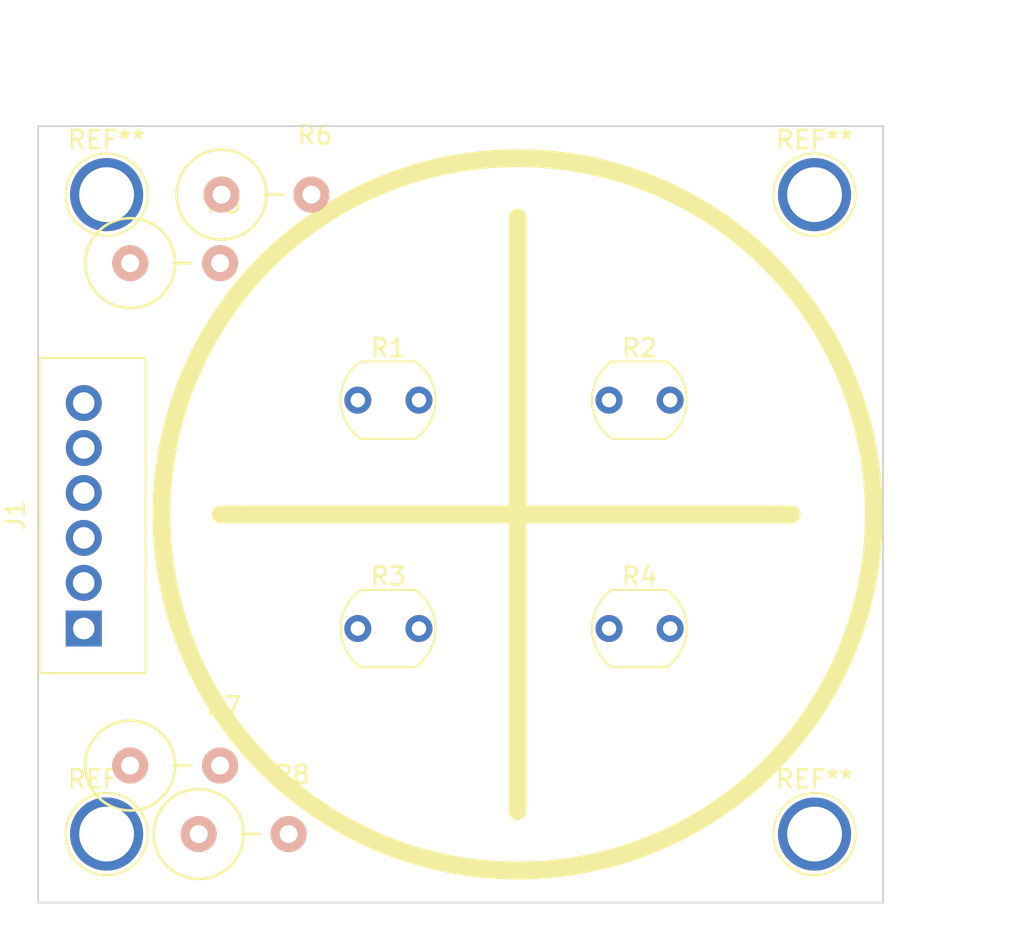
<source format=kicad_pcb>
(kicad_pcb (version 4) (host pcbnew 4.0.7)

  (general
    (links 16)
    (no_connects 16)
    (area 161.585 68.42 222.48 118.60588)
    (thickness 1.6)
    (drawings 12)
    (tracks 0)
    (zones 0)
    (modules 13)
    (nets 7)
  )

  (page A4)
  (layers
    (0 F.Cu signal)
    (31 B.Cu signal)
    (32 B.Adhes user)
    (33 F.Adhes user)
    (34 B.Paste user)
    (35 F.Paste user)
    (36 B.SilkS user)
    (37 F.SilkS user)
    (38 B.Mask user)
    (39 F.Mask user)
    (40 Dwgs.User user)
    (41 Cmts.User user)
    (42 Eco1.User user)
    (43 Eco2.User user)
    (44 Edge.Cuts user)
    (45 Margin user)
    (46 B.CrtYd user)
    (47 F.CrtYd user)
    (48 B.Fab user)
    (49 F.Fab user)
  )

  (setup
    (last_trace_width 0.25)
    (trace_clearance 0.2)
    (zone_clearance 0.508)
    (zone_45_only no)
    (trace_min 0.2)
    (segment_width 1)
    (edge_width 0.1)
    (via_size 0.6)
    (via_drill 0.4)
    (via_min_size 0.4)
    (via_min_drill 0.3)
    (uvia_size 0.3)
    (uvia_drill 0.1)
    (uvias_allowed no)
    (uvia_min_size 0.2)
    (uvia_min_drill 0.1)
    (pcb_text_width 0.3)
    (pcb_text_size 1.5 1.5)
    (mod_edge_width 0.15)
    (mod_text_size 1 1)
    (mod_text_width 0.15)
    (pad_size 1.5 1.5)
    (pad_drill 0.6)
    (pad_to_mask_clearance 0)
    (aux_axis_origin 0 0)
    (visible_elements FFFFFF7F)
    (pcbplotparams
      (layerselection 0x00030_80000001)
      (usegerberextensions false)
      (excludeedgelayer true)
      (linewidth 0.100000)
      (plotframeref false)
      (viasonmask false)
      (mode 1)
      (useauxorigin false)
      (hpglpennumber 1)
      (hpglpenspeed 20)
      (hpglpendiameter 15)
      (hpglpenoverlay 2)
      (psnegative false)
      (psa4output false)
      (plotreference true)
      (plotvalue true)
      (plotinvisibletext false)
      (padsonsilk false)
      (subtractmaskfromsilk false)
      (outputformat 1)
      (mirror false)
      (drillshape 1)
      (scaleselection 1)
      (outputdirectory ""))
  )

  (net 0 "")
  (net 1 "Net-(J1-Pad1)")
  (net 2 "Net-(J1-Pad2)")
  (net 3 "Net-(J1-Pad3)")
  (net 4 "Net-(J1-Pad4)")
  (net 5 "Net-(J1-Pad5)")
  (net 6 "Net-(J1-Pad6)")

  (net_class Default "This is the default net class."
    (clearance 0.2)
    (trace_width 0.25)
    (via_dia 0.6)
    (via_drill 0.4)
    (uvia_dia 0.3)
    (uvia_drill 0.1)
    (add_net "Net-(J1-Pad1)")
    (add_net "Net-(J1-Pad2)")
    (add_net "Net-(J1-Pad3)")
    (add_net "Net-(J1-Pad4)")
    (add_net "Net-(J1-Pad5)")
    (add_net "Net-(J1-Pad6)")
  )

  (module Connect:Wafer_Vertical17.5x5.8x7RM2.5-6 (layer F.Cu) (tedit 556C2AA9) (tstamp 5A7EE0C3)
    (at 166.37 102.87 90)
    (descr "Gold-Tek vertical wafer connector with 2.5mm pitch")
    (tags "wafer connector vertical")
    (path /5A7EAC4C)
    (fp_text reference J1 (at 6.29 -3.81 90) (layer F.SilkS)
      (effects (font (size 1 1) (thickness 0.15)))
    )
    (fp_text value "To motherboard" (at 6.29 5.08 90) (layer F.Fab)
      (effects (font (size 1 1) (thickness 0.15)))
    )
    (fp_line (start -2.75 -2.75) (end 15.2 -2.75) (layer F.CrtYd) (width 0.05))
    (fp_line (start 15.2 -2.75) (end 15.2 3.8) (layer F.CrtYd) (width 0.05))
    (fp_line (start 15.2 3.8) (end -2.75 3.8) (layer F.CrtYd) (width 0.05))
    (fp_line (start -2.75 3.8) (end -2.75 -2.75) (layer F.CrtYd) (width 0.05))
    (fp_line (start 15.05 3.43) (end -2.48 3.43) (layer F.SilkS) (width 0.12))
    (fp_line (start -2.48 -2.41) (end 15.05 -2.41) (layer F.SilkS) (width 0.12))
    (fp_line (start 15.05 -2.41) (end 15.05 3.43) (layer F.SilkS) (width 0.12))
    (fp_line (start -2.48 -2.41) (end -2.48 3.43) (layer F.SilkS) (width 0.12))
    (pad 1 thru_hole rect (at 0 0 90) (size 2 2) (drill 1.2) (layers *.Cu *.Mask)
      (net 1 "Net-(J1-Pad1)"))
    (pad 2 thru_hole circle (at 2.54 0 90) (size 2 2) (drill 1.2) (layers *.Cu *.Mask)
      (net 2 "Net-(J1-Pad2)"))
    (pad 3 thru_hole circle (at 5.04 0 90) (size 2 2) (drill 1.2) (layers *.Cu *.Mask)
      (net 3 "Net-(J1-Pad3)"))
    (pad 4 thru_hole circle (at 7.54 0 90) (size 2 2) (drill 1.2) (layers *.Cu *.Mask)
      (net 4 "Net-(J1-Pad4)"))
    (pad 5 thru_hole circle (at 10.04 0 90) (size 2 2) (drill 1.2) (layers *.Cu *.Mask)
      (net 5 "Net-(J1-Pad5)"))
    (pad 6 thru_hole circle (at 12.54 0 90) (size 2 2) (drill 1.2) (layers *.Cu *.Mask)
      (net 6 "Net-(J1-Pad6)"))
    (model ${KISYS3DMOD}/Connectors.3dshapes/Wafer_Vertical17.5x5.8x7RM2.5-6.wrl
      (at (xyz 0 0 0))
      (scale (xyz 4 4 4))
      (rotate (xyz 0 0 0))
    )
  )

  (module Opto-Devices:Resistor_LDR_5.1x4.3_RM3.4 (layer F.Cu) (tedit 588BCF70) (tstamp 5A7EE0C9)
    (at 181.61 90.17)
    (descr "Resistor, LDR 5.1x3.4mm")
    (tags "Resistor LDR5.1x3.4mm")
    (path /5A76C568)
    (fp_text reference R1 (at 1.7 -2.9) (layer F.SilkS)
      (effects (font (size 1 1) (thickness 0.15)))
    )
    (fp_text value LDR07 (at 1.5 3) (layer F.Fab)
      (effects (font (size 1 1) (thickness 0.15)))
    )
    (fp_line (start 0.15 2.15) (end 3.2 2.15) (layer F.SilkS) (width 0.12))
    (fp_line (start 0.15 -2.15) (end 3.2 -2.15) (layer F.SilkS) (width 0.12))
    (fp_line (start 1 0) (end 2.3 0) (layer F.Fab) (width 0.1))
    (fp_line (start 2.3 0) (end 2.3 -0.6) (layer F.Fab) (width 0.1))
    (fp_line (start 2.3 -0.6) (end 0.8 -0.6) (layer F.Fab) (width 0.1))
    (fp_line (start 2.6 0.6) (end 1 0.6) (layer F.Fab) (width 0.1))
    (fp_line (start 0.8 -1.8) (end 2.6 -1.8) (layer F.Fab) (width 0.1))
    (fp_line (start 2.6 -1.8) (end 2.6 -1.2) (layer F.Fab) (width 0.1))
    (fp_line (start 2.6 -1.2) (end 0.8 -1.2) (layer F.Fab) (width 0.1))
    (fp_line (start 0.8 -1.2) (end 0.8 -0.6) (layer F.Fab) (width 0.1))
    (fp_line (start 1 0) (end 1 0.6) (layer F.Fab) (width 0.1))
    (fp_line (start 2.6 0.6) (end 2.6 1.2) (layer F.Fab) (width 0.1))
    (fp_line (start 2.6 1.2) (end 0.8 1.2) (layer F.Fab) (width 0.1))
    (fp_line (start 0.8 1.2) (end 0.8 1.8) (layer F.Fab) (width 0.1))
    (fp_line (start 0.8 1.8) (end 2.6 1.8) (layer F.Fab) (width 0.1))
    (fp_line (start 3.2 2.1) (end 0.2 2.1) (layer F.Fab) (width 0.1))
    (fp_line (start 0.2 -2.1) (end 3.2 -2.1) (layer F.Fab) (width 0.1))
    (fp_line (start -1.13 -2.35) (end 4.53 -2.35) (layer F.CrtYd) (width 0.05))
    (fp_line (start -1.13 -2.35) (end -1.13 2.35) (layer F.CrtYd) (width 0.05))
    (fp_line (start 4.53 2.35) (end 4.53 -2.35) (layer F.CrtYd) (width 0.05))
    (fp_line (start 4.53 2.35) (end -1.13 2.35) (layer F.CrtYd) (width 0.05))
    (fp_arc (start 1.7 0) (end 0.15 2.15) (angle 109) (layer F.SilkS) (width 0.12))
    (fp_arc (start 1.7 0) (end 3.2 -2.15) (angle 109) (layer F.SilkS) (width 0.12))
    (fp_arc (start 1.7 0) (end 3.2 -2.1) (angle 109) (layer F.Fab) (width 0.1))
    (fp_arc (start 1.7 0) (end 0.2 2.1) (angle 109) (layer F.Fab) (width 0.1))
    (pad 1 thru_hole circle (at 0 0) (size 1.5 1.5) (drill 0.8) (layers *.Cu *.Mask)
      (net 1 "Net-(J1-Pad1)"))
    (pad 2 thru_hole circle (at 3.4 0) (size 1.5 1.5) (drill 0.8) (layers *.Cu *.Mask)
      (net 6 "Net-(J1-Pad6)"))
  )

  (module Opto-Devices:Resistor_LDR_5.1x4.3_RM3.4 (layer F.Cu) (tedit 588BCF70) (tstamp 5A7EE0CF)
    (at 195.58 90.17)
    (descr "Resistor, LDR 5.1x3.4mm")
    (tags "Resistor LDR5.1x3.4mm")
    (path /5A76C5E9)
    (fp_text reference R2 (at 1.7 -2.9) (layer F.SilkS)
      (effects (font (size 1 1) (thickness 0.15)))
    )
    (fp_text value LDR07 (at 1.5 3) (layer F.Fab)
      (effects (font (size 1 1) (thickness 0.15)))
    )
    (fp_line (start 0.15 2.15) (end 3.2 2.15) (layer F.SilkS) (width 0.12))
    (fp_line (start 0.15 -2.15) (end 3.2 -2.15) (layer F.SilkS) (width 0.12))
    (fp_line (start 1 0) (end 2.3 0) (layer F.Fab) (width 0.1))
    (fp_line (start 2.3 0) (end 2.3 -0.6) (layer F.Fab) (width 0.1))
    (fp_line (start 2.3 -0.6) (end 0.8 -0.6) (layer F.Fab) (width 0.1))
    (fp_line (start 2.6 0.6) (end 1 0.6) (layer F.Fab) (width 0.1))
    (fp_line (start 0.8 -1.8) (end 2.6 -1.8) (layer F.Fab) (width 0.1))
    (fp_line (start 2.6 -1.8) (end 2.6 -1.2) (layer F.Fab) (width 0.1))
    (fp_line (start 2.6 -1.2) (end 0.8 -1.2) (layer F.Fab) (width 0.1))
    (fp_line (start 0.8 -1.2) (end 0.8 -0.6) (layer F.Fab) (width 0.1))
    (fp_line (start 1 0) (end 1 0.6) (layer F.Fab) (width 0.1))
    (fp_line (start 2.6 0.6) (end 2.6 1.2) (layer F.Fab) (width 0.1))
    (fp_line (start 2.6 1.2) (end 0.8 1.2) (layer F.Fab) (width 0.1))
    (fp_line (start 0.8 1.2) (end 0.8 1.8) (layer F.Fab) (width 0.1))
    (fp_line (start 0.8 1.8) (end 2.6 1.8) (layer F.Fab) (width 0.1))
    (fp_line (start 3.2 2.1) (end 0.2 2.1) (layer F.Fab) (width 0.1))
    (fp_line (start 0.2 -2.1) (end 3.2 -2.1) (layer F.Fab) (width 0.1))
    (fp_line (start -1.13 -2.35) (end 4.53 -2.35) (layer F.CrtYd) (width 0.05))
    (fp_line (start -1.13 -2.35) (end -1.13 2.35) (layer F.CrtYd) (width 0.05))
    (fp_line (start 4.53 2.35) (end 4.53 -2.35) (layer F.CrtYd) (width 0.05))
    (fp_line (start 4.53 2.35) (end -1.13 2.35) (layer F.CrtYd) (width 0.05))
    (fp_arc (start 1.7 0) (end 0.15 2.15) (angle 109) (layer F.SilkS) (width 0.12))
    (fp_arc (start 1.7 0) (end 3.2 -2.15) (angle 109) (layer F.SilkS) (width 0.12))
    (fp_arc (start 1.7 0) (end 3.2 -2.1) (angle 109) (layer F.Fab) (width 0.1))
    (fp_arc (start 1.7 0) (end 0.2 2.1) (angle 109) (layer F.Fab) (width 0.1))
    (pad 1 thru_hole circle (at 0 0) (size 1.5 1.5) (drill 0.8) (layers *.Cu *.Mask)
      (net 1 "Net-(J1-Pad1)"))
    (pad 2 thru_hole circle (at 3.4 0) (size 1.5 1.5) (drill 0.8) (layers *.Cu *.Mask)
      (net 5 "Net-(J1-Pad5)"))
  )

  (module Opto-Devices:Resistor_LDR_5.1x4.3_RM3.4 (layer F.Cu) (tedit 588BCF70) (tstamp 5A7EE0D5)
    (at 181.61 102.87)
    (descr "Resistor, LDR 5.1x3.4mm")
    (tags "Resistor LDR5.1x3.4mm")
    (path /5A76C60C)
    (fp_text reference R3 (at 1.7 -2.9) (layer F.SilkS)
      (effects (font (size 1 1) (thickness 0.15)))
    )
    (fp_text value LDR07 (at 1.5 3) (layer F.Fab)
      (effects (font (size 1 1) (thickness 0.15)))
    )
    (fp_line (start 0.15 2.15) (end 3.2 2.15) (layer F.SilkS) (width 0.12))
    (fp_line (start 0.15 -2.15) (end 3.2 -2.15) (layer F.SilkS) (width 0.12))
    (fp_line (start 1 0) (end 2.3 0) (layer F.Fab) (width 0.1))
    (fp_line (start 2.3 0) (end 2.3 -0.6) (layer F.Fab) (width 0.1))
    (fp_line (start 2.3 -0.6) (end 0.8 -0.6) (layer F.Fab) (width 0.1))
    (fp_line (start 2.6 0.6) (end 1 0.6) (layer F.Fab) (width 0.1))
    (fp_line (start 0.8 -1.8) (end 2.6 -1.8) (layer F.Fab) (width 0.1))
    (fp_line (start 2.6 -1.8) (end 2.6 -1.2) (layer F.Fab) (width 0.1))
    (fp_line (start 2.6 -1.2) (end 0.8 -1.2) (layer F.Fab) (width 0.1))
    (fp_line (start 0.8 -1.2) (end 0.8 -0.6) (layer F.Fab) (width 0.1))
    (fp_line (start 1 0) (end 1 0.6) (layer F.Fab) (width 0.1))
    (fp_line (start 2.6 0.6) (end 2.6 1.2) (layer F.Fab) (width 0.1))
    (fp_line (start 2.6 1.2) (end 0.8 1.2) (layer F.Fab) (width 0.1))
    (fp_line (start 0.8 1.2) (end 0.8 1.8) (layer F.Fab) (width 0.1))
    (fp_line (start 0.8 1.8) (end 2.6 1.8) (layer F.Fab) (width 0.1))
    (fp_line (start 3.2 2.1) (end 0.2 2.1) (layer F.Fab) (width 0.1))
    (fp_line (start 0.2 -2.1) (end 3.2 -2.1) (layer F.Fab) (width 0.1))
    (fp_line (start -1.13 -2.35) (end 4.53 -2.35) (layer F.CrtYd) (width 0.05))
    (fp_line (start -1.13 -2.35) (end -1.13 2.35) (layer F.CrtYd) (width 0.05))
    (fp_line (start 4.53 2.35) (end 4.53 -2.35) (layer F.CrtYd) (width 0.05))
    (fp_line (start 4.53 2.35) (end -1.13 2.35) (layer F.CrtYd) (width 0.05))
    (fp_arc (start 1.7 0) (end 0.15 2.15) (angle 109) (layer F.SilkS) (width 0.12))
    (fp_arc (start 1.7 0) (end 3.2 -2.15) (angle 109) (layer F.SilkS) (width 0.12))
    (fp_arc (start 1.7 0) (end 3.2 -2.1) (angle 109) (layer F.Fab) (width 0.1))
    (fp_arc (start 1.7 0) (end 0.2 2.1) (angle 109) (layer F.Fab) (width 0.1))
    (pad 1 thru_hole circle (at 0 0) (size 1.5 1.5) (drill 0.8) (layers *.Cu *.Mask)
      (net 1 "Net-(J1-Pad1)"))
    (pad 2 thru_hole circle (at 3.4 0) (size 1.5 1.5) (drill 0.8) (layers *.Cu *.Mask)
      (net 4 "Net-(J1-Pad4)"))
  )

  (module Opto-Devices:Resistor_LDR_5.1x4.3_RM3.4 (layer F.Cu) (tedit 588BCF70) (tstamp 5A7EE0DB)
    (at 195.58 102.87)
    (descr "Resistor, LDR 5.1x3.4mm")
    (tags "Resistor LDR5.1x3.4mm")
    (path /5A76C632)
    (fp_text reference R4 (at 1.7 -2.9) (layer F.SilkS)
      (effects (font (size 1 1) (thickness 0.15)))
    )
    (fp_text value LDR07 (at 1.5 3) (layer F.Fab)
      (effects (font (size 1 1) (thickness 0.15)))
    )
    (fp_line (start 0.15 2.15) (end 3.2 2.15) (layer F.SilkS) (width 0.12))
    (fp_line (start 0.15 -2.15) (end 3.2 -2.15) (layer F.SilkS) (width 0.12))
    (fp_line (start 1 0) (end 2.3 0) (layer F.Fab) (width 0.1))
    (fp_line (start 2.3 0) (end 2.3 -0.6) (layer F.Fab) (width 0.1))
    (fp_line (start 2.3 -0.6) (end 0.8 -0.6) (layer F.Fab) (width 0.1))
    (fp_line (start 2.6 0.6) (end 1 0.6) (layer F.Fab) (width 0.1))
    (fp_line (start 0.8 -1.8) (end 2.6 -1.8) (layer F.Fab) (width 0.1))
    (fp_line (start 2.6 -1.8) (end 2.6 -1.2) (layer F.Fab) (width 0.1))
    (fp_line (start 2.6 -1.2) (end 0.8 -1.2) (layer F.Fab) (width 0.1))
    (fp_line (start 0.8 -1.2) (end 0.8 -0.6) (layer F.Fab) (width 0.1))
    (fp_line (start 1 0) (end 1 0.6) (layer F.Fab) (width 0.1))
    (fp_line (start 2.6 0.6) (end 2.6 1.2) (layer F.Fab) (width 0.1))
    (fp_line (start 2.6 1.2) (end 0.8 1.2) (layer F.Fab) (width 0.1))
    (fp_line (start 0.8 1.2) (end 0.8 1.8) (layer F.Fab) (width 0.1))
    (fp_line (start 0.8 1.8) (end 2.6 1.8) (layer F.Fab) (width 0.1))
    (fp_line (start 3.2 2.1) (end 0.2 2.1) (layer F.Fab) (width 0.1))
    (fp_line (start 0.2 -2.1) (end 3.2 -2.1) (layer F.Fab) (width 0.1))
    (fp_line (start -1.13 -2.35) (end 4.53 -2.35) (layer F.CrtYd) (width 0.05))
    (fp_line (start -1.13 -2.35) (end -1.13 2.35) (layer F.CrtYd) (width 0.05))
    (fp_line (start 4.53 2.35) (end 4.53 -2.35) (layer F.CrtYd) (width 0.05))
    (fp_line (start 4.53 2.35) (end -1.13 2.35) (layer F.CrtYd) (width 0.05))
    (fp_arc (start 1.7 0) (end 0.15 2.15) (angle 109) (layer F.SilkS) (width 0.12))
    (fp_arc (start 1.7 0) (end 3.2 -2.15) (angle 109) (layer F.SilkS) (width 0.12))
    (fp_arc (start 1.7 0) (end 3.2 -2.1) (angle 109) (layer F.Fab) (width 0.1))
    (fp_arc (start 1.7 0) (end 0.2 2.1) (angle 109) (layer F.Fab) (width 0.1))
    (pad 1 thru_hole circle (at 0 0) (size 1.5 1.5) (drill 0.8) (layers *.Cu *.Mask)
      (net 1 "Net-(J1-Pad1)"))
    (pad 2 thru_hole circle (at 3.4 0) (size 1.5 1.5) (drill 0.8) (layers *.Cu *.Mask)
      (net 3 "Net-(J1-Pad3)"))
  )

  (module Resistors_General:Resistor_Vertical_RM5mm (layer F.Cu) (tedit 0) (tstamp 5A7EE0E1)
    (at 171.45 82.55)
    (descr "Resistor, Vertical, RM 5mm, 1/3W,")
    (tags "Resistor, Vertical, RM 5mm, 1/3W,")
    (path /5A7EAB06)
    (fp_text reference R5 (at 2.70002 -3.29946) (layer F.SilkS)
      (effects (font (size 1 1) (thickness 0.15)))
    )
    (fp_text value 10K (at 0 4.50088) (layer F.Fab)
      (effects (font (size 1 1) (thickness 0.15)))
    )
    (fp_line (start -0.09906 0) (end 0.9017 0) (layer F.SilkS) (width 0.15))
    (fp_circle (center -2.49936 0) (end 0 0) (layer F.SilkS) (width 0.15))
    (pad 1 thru_hole circle (at -2.49936 0) (size 1.99898 1.99898) (drill 1.00076) (layers *.Cu *.SilkS *.Mask)
      (net 2 "Net-(J1-Pad2)"))
    (pad 2 thru_hole circle (at 2.5019 0) (size 1.99898 1.99898) (drill 1.00076) (layers *.Cu *.SilkS *.Mask)
      (net 6 "Net-(J1-Pad6)"))
  )

  (module Resistors_General:Resistor_Vertical_RM5mm (layer F.Cu) (tedit 0) (tstamp 5A7EE0E7)
    (at 176.53 78.74)
    (descr "Resistor, Vertical, RM 5mm, 1/3W,")
    (tags "Resistor, Vertical, RM 5mm, 1/3W,")
    (path /5A7EAB2B)
    (fp_text reference R6 (at 2.70002 -3.29946) (layer F.SilkS)
      (effects (font (size 1 1) (thickness 0.15)))
    )
    (fp_text value 10K (at 0 4.50088) (layer F.Fab)
      (effects (font (size 1 1) (thickness 0.15)))
    )
    (fp_line (start -0.09906 0) (end 0.9017 0) (layer F.SilkS) (width 0.15))
    (fp_circle (center -2.49936 0) (end 0 0) (layer F.SilkS) (width 0.15))
    (pad 1 thru_hole circle (at -2.49936 0) (size 1.99898 1.99898) (drill 1.00076) (layers *.Cu *.SilkS *.Mask)
      (net 2 "Net-(J1-Pad2)"))
    (pad 2 thru_hole circle (at 2.5019 0) (size 1.99898 1.99898) (drill 1.00076) (layers *.Cu *.SilkS *.Mask)
      (net 5 "Net-(J1-Pad5)"))
  )

  (module Resistors_General:Resistor_Vertical_RM5mm (layer F.Cu) (tedit 0) (tstamp 5A7EE0ED)
    (at 171.45 110.49)
    (descr "Resistor, Vertical, RM 5mm, 1/3W,")
    (tags "Resistor, Vertical, RM 5mm, 1/3W,")
    (path /5A7EAB52)
    (fp_text reference R7 (at 2.70002 -3.29946) (layer F.SilkS)
      (effects (font (size 1 1) (thickness 0.15)))
    )
    (fp_text value 10K (at 0 4.50088) (layer F.Fab)
      (effects (font (size 1 1) (thickness 0.15)))
    )
    (fp_line (start -0.09906 0) (end 0.9017 0) (layer F.SilkS) (width 0.15))
    (fp_circle (center -2.49936 0) (end 0 0) (layer F.SilkS) (width 0.15))
    (pad 1 thru_hole circle (at -2.49936 0) (size 1.99898 1.99898) (drill 1.00076) (layers *.Cu *.SilkS *.Mask)
      (net 2 "Net-(J1-Pad2)"))
    (pad 2 thru_hole circle (at 2.5019 0) (size 1.99898 1.99898) (drill 1.00076) (layers *.Cu *.SilkS *.Mask)
      (net 4 "Net-(J1-Pad4)"))
  )

  (module Resistors_General:Resistor_Vertical_RM5mm (layer F.Cu) (tedit 0) (tstamp 5A7EE0F3)
    (at 175.26 114.3)
    (descr "Resistor, Vertical, RM 5mm, 1/3W,")
    (tags "Resistor, Vertical, RM 5mm, 1/3W,")
    (path /5A7EAB7B)
    (fp_text reference R8 (at 2.70002 -3.29946) (layer F.SilkS)
      (effects (font (size 1 1) (thickness 0.15)))
    )
    (fp_text value 10K (at 0 4.50088) (layer F.Fab)
      (effects (font (size 1 1) (thickness 0.15)))
    )
    (fp_line (start -0.09906 0) (end 0.9017 0) (layer F.SilkS) (width 0.15))
    (fp_circle (center -2.49936 0) (end 0 0) (layer F.SilkS) (width 0.15))
    (pad 1 thru_hole circle (at -2.49936 0) (size 1.99898 1.99898) (drill 1.00076) (layers *.Cu *.SilkS *.Mask)
      (net 2 "Net-(J1-Pad2)"))
    (pad 2 thru_hole circle (at 2.5019 0) (size 1.99898 1.99898) (drill 1.00076) (layers *.Cu *.SilkS *.Mask)
      (net 3 "Net-(J1-Pad3)"))
  )

  (module Connect:1pin (layer F.Cu) (tedit 5861332C) (tstamp 5A7EE5DE)
    (at 207.01 78.74)
    (descr "module 1 pin (ou trou mecanique de percage)")
    (tags DEV)
    (fp_text reference REF** (at 0 -3.048) (layer F.SilkS)
      (effects (font (size 1 1) (thickness 0.15)))
    )
    (fp_text value 1pin (at 0 3) (layer F.Fab)
      (effects (font (size 1 1) (thickness 0.15)))
    )
    (fp_circle (center 0 0) (end 2 0.8) (layer F.Fab) (width 0.1))
    (fp_circle (center 0 0) (end 2.6 0) (layer F.CrtYd) (width 0.05))
    (fp_circle (center 0 0) (end 0 -2.286) (layer F.SilkS) (width 0.12))
    (pad 1 thru_hole circle (at 0 0) (size 4.064 4.064) (drill 3.048) (layers *.Cu *.Mask))
  )

  (module Connect:1pin (layer F.Cu) (tedit 5861332C) (tstamp 5A7EE5F0)
    (at 207.01 114.3)
    (descr "module 1 pin (ou trou mecanique de percage)")
    (tags DEV)
    (fp_text reference REF** (at 0 -3.048) (layer F.SilkS)
      (effects (font (size 1 1) (thickness 0.15)))
    )
    (fp_text value 1pin (at 0 3) (layer F.Fab)
      (effects (font (size 1 1) (thickness 0.15)))
    )
    (fp_circle (center 0 0) (end 2 0.8) (layer F.Fab) (width 0.1))
    (fp_circle (center 0 0) (end 2.6 0) (layer F.CrtYd) (width 0.05))
    (fp_circle (center 0 0) (end 0 -2.286) (layer F.SilkS) (width 0.12))
    (pad 1 thru_hole circle (at 0 0) (size 4.064 4.064) (drill 3.048) (layers *.Cu *.Mask))
  )

  (module Connect:1pin (layer F.Cu) (tedit 5861332C) (tstamp 5A7EE62E)
    (at 167.64 114.3)
    (descr "module 1 pin (ou trou mecanique de percage)")
    (tags DEV)
    (fp_text reference REF** (at 0 -3.048) (layer F.SilkS)
      (effects (font (size 1 1) (thickness 0.15)))
    )
    (fp_text value 1pin (at 0 3) (layer F.Fab)
      (effects (font (size 1 1) (thickness 0.15)))
    )
    (fp_circle (center 0 0) (end 2 0.8) (layer F.Fab) (width 0.1))
    (fp_circle (center 0 0) (end 2.6 0) (layer F.CrtYd) (width 0.05))
    (fp_circle (center 0 0) (end 0 -2.286) (layer F.SilkS) (width 0.12))
    (pad 1 thru_hole circle (at 0 0) (size 4.064 4.064) (drill 3.048) (layers *.Cu *.Mask))
  )

  (module Connect:1pin (layer F.Cu) (tedit 5861332C) (tstamp 5A7EE63B)
    (at 167.64 78.74)
    (descr "module 1 pin (ou trou mecanique de percage)")
    (tags DEV)
    (fp_text reference REF** (at 0 -3.048) (layer F.SilkS)
      (effects (font (size 1 1) (thickness 0.15)))
    )
    (fp_text value 1pin (at 0 3) (layer F.Fab)
      (effects (font (size 1 1) (thickness 0.15)))
    )
    (fp_circle (center 0 0) (end 2 0.8) (layer F.Fab) (width 0.1))
    (fp_circle (center 0 0) (end 2.6 0) (layer F.CrtYd) (width 0.05))
    (fp_circle (center 0 0) (end 0 -2.286) (layer F.SilkS) (width 0.12))
    (pad 1 thru_hole circle (at 0 0) (size 4.064 4.064) (drill 3.048) (layers *.Cu *.Mask))
  )

  (dimension 46.99 (width 0.3) (layer Dwgs.User)
    (gr_text "46.990 mm" (at 187.325 69.77) (layer Dwgs.User)
      (effects (font (size 1.5 1.5) (thickness 0.3)))
    )
    (feature1 (pts (xy 210.82 74.93) (xy 210.82 68.42)))
    (feature2 (pts (xy 163.83 74.93) (xy 163.83 68.42)))
    (crossbar (pts (xy 163.83 71.12) (xy 210.82 71.12)))
    (arrow1a (pts (xy 210.82 71.12) (xy 209.693496 71.706421)))
    (arrow1b (pts (xy 210.82 71.12) (xy 209.693496 70.533579)))
    (arrow2a (pts (xy 163.83 71.12) (xy 164.956504 71.706421)))
    (arrow2b (pts (xy 163.83 71.12) (xy 164.956504 70.533579)))
  )
  (dimension 43.18 (width 0.3) (layer Dwgs.User)
    (gr_text "43.180 mm" (at 215.98 96.52 270) (layer Dwgs.User)
      (effects (font (size 1.5 1.5) (thickness 0.3)))
    )
    (feature1 (pts (xy 210.82 118.11) (xy 217.33 118.11)))
    (feature2 (pts (xy 210.82 74.93) (xy 217.33 74.93)))
    (crossbar (pts (xy 214.63 74.93) (xy 214.63 118.11)))
    (arrow1a (pts (xy 214.63 118.11) (xy 214.043579 116.983496)))
    (arrow1b (pts (xy 214.63 118.11) (xy 215.216421 116.983496)))
    (arrow2a (pts (xy 214.63 74.93) (xy 214.043579 76.056504)))
    (arrow2b (pts (xy 214.63 74.93) (xy 215.216421 76.056504)))
  )
  (gr_line (start 163.83 118.11) (end 163.83 74.93) (angle 90) (layer Edge.Cuts) (width 0.1))
  (gr_line (start 210.82 118.11) (end 163.83 118.11) (angle 90) (layer Edge.Cuts) (width 0.1))
  (gr_line (start 210.82 74.93) (end 210.82 118.11) (angle 90) (layer Edge.Cuts) (width 0.1))
  (gr_line (start 163.83 74.93) (end 210.82 74.93) (angle 90) (layer Edge.Cuts) (width 0.1))
  (gr_line (start 190.5 111.76) (end 190.5 113.03) (angle 90) (layer F.SilkS) (width 1))
  (gr_line (start 175.26 96.52) (end 173.99 96.52) (angle 90) (layer F.SilkS) (width 1))
  (gr_line (start 204.47 96.52) (end 205.74 96.52) (angle 90) (layer F.SilkS) (width 1))
  (gr_line (start 190.5 80.01) (end 190.5 111.76) (angle 90) (layer F.SilkS) (width 1))
  (gr_line (start 175.26 96.52) (end 204.47 96.52) (angle 90) (layer F.SilkS) (width 1))
  (gr_circle (center 190.5 96.52) (end 210 100) (layer F.SilkS) (width 1))

)

</source>
